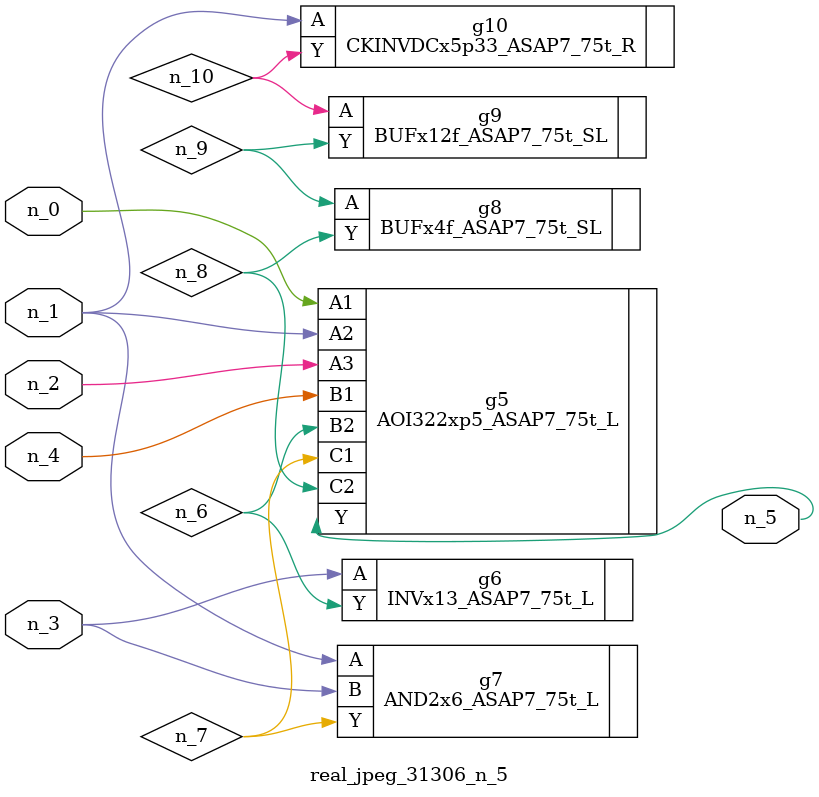
<source format=v>
module real_jpeg_31306_n_5 (n_4, n_0, n_1, n_2, n_3, n_5);

input n_4;
input n_0;
input n_1;
input n_2;
input n_3;

output n_5;

wire n_8;
wire n_6;
wire n_7;
wire n_10;
wire n_9;

AOI322xp5_ASAP7_75t_L g5 ( 
.A1(n_0),
.A2(n_1),
.A3(n_2),
.B1(n_4),
.B2(n_6),
.C1(n_7),
.C2(n_8),
.Y(n_5)
);

AND2x6_ASAP7_75t_L g7 ( 
.A(n_1),
.B(n_3),
.Y(n_7)
);

CKINVDCx5p33_ASAP7_75t_R g10 ( 
.A(n_1),
.Y(n_10)
);

INVx13_ASAP7_75t_L g6 ( 
.A(n_3),
.Y(n_6)
);

BUFx4f_ASAP7_75t_SL g8 ( 
.A(n_9),
.Y(n_8)
);

BUFx12f_ASAP7_75t_SL g9 ( 
.A(n_10),
.Y(n_9)
);


endmodule
</source>
